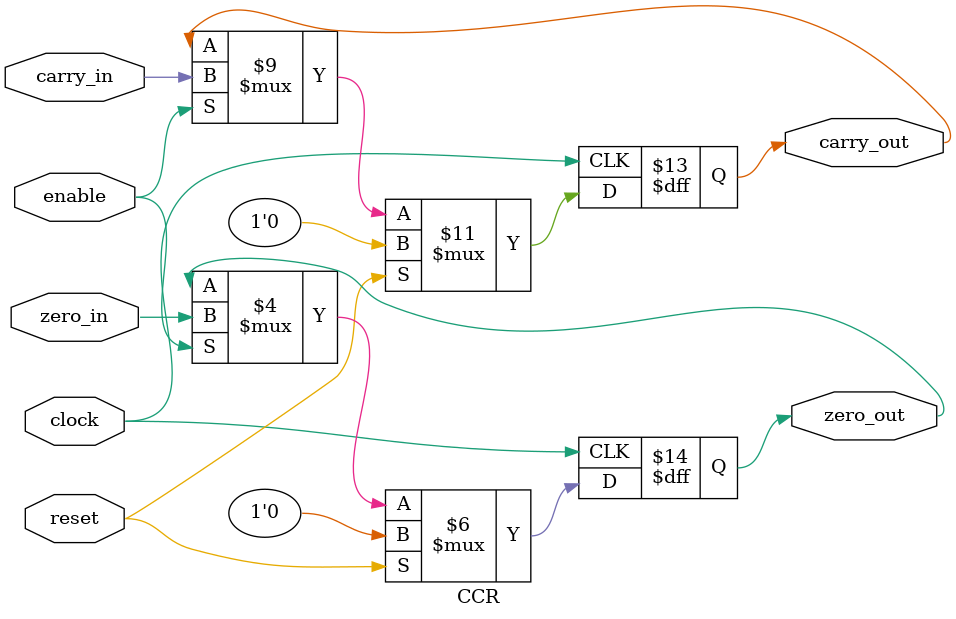
<source format=v>
module CCR(carry_out, zero_out, carry_in, zero_in, enable, clock, reset);
output reg carry_out, zero_out;
input carry_in, zero_in, enable, clock, reset;

always @(posedge clock)
begin

if(! reset)
	begin 
		if(enable)
		begin
			carry_out <= carry_in;
			zero_out <= zero_in;
		end
	end
else
	begin
		carry_out <= 1'b0;
		zero_out <= 1'b0;
	end

end

endmodule


</source>
